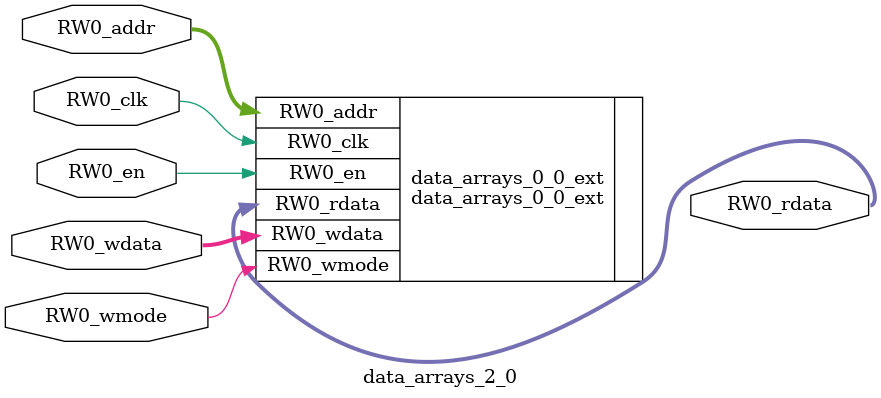
<source format=sv>
`ifndef RANDOMIZE
  `ifdef RANDOMIZE_REG_INIT
    `define RANDOMIZE
  `endif // RANDOMIZE_REG_INIT
`endif // not def RANDOMIZE
`ifndef RANDOMIZE
  `ifdef RANDOMIZE_MEM_INIT
    `define RANDOMIZE
  `endif // RANDOMIZE_MEM_INIT
`endif // not def RANDOMIZE

`ifndef RANDOM
  `define RANDOM $random
`endif // not def RANDOM

// Users can define 'PRINTF_COND' to add an extra gate to prints.
`ifndef PRINTF_COND_
  `ifdef PRINTF_COND
    `define PRINTF_COND_ (`PRINTF_COND)
  `else  // PRINTF_COND
    `define PRINTF_COND_ 1
  `endif // PRINTF_COND
`endif // not def PRINTF_COND_

// Users can define 'ASSERT_VERBOSE_COND' to add an extra gate to assert error printing.
`ifndef ASSERT_VERBOSE_COND_
  `ifdef ASSERT_VERBOSE_COND
    `define ASSERT_VERBOSE_COND_ (`ASSERT_VERBOSE_COND)
  `else  // ASSERT_VERBOSE_COND
    `define ASSERT_VERBOSE_COND_ 1
  `endif // ASSERT_VERBOSE_COND
`endif // not def ASSERT_VERBOSE_COND_

// Users can define 'STOP_COND' to add an extra gate to stop conditions.
`ifndef STOP_COND_
  `ifdef STOP_COND
    `define STOP_COND_ (`STOP_COND)
  `else  // STOP_COND
    `define STOP_COND_ 1
  `endif // STOP_COND
`endif // not def STOP_COND_

// Users can define INIT_RANDOM as general code that gets injected into the
// initializer block for modules with registers.
`ifndef INIT_RANDOM
  `define INIT_RANDOM
`endif // not def INIT_RANDOM

// If using random initialization, you can also define RANDOMIZE_DELAY to
// customize the delay used, otherwise 0.002 is used.
`ifndef RANDOMIZE_DELAY
  `define RANDOMIZE_DELAY 0.002
`endif // not def RANDOMIZE_DELAY

// Define INIT_RANDOM_PROLOG_ for use in our modules below.
`ifndef INIT_RANDOM_PROLOG_
  `ifdef RANDOMIZE
    `ifdef VERILATOR
      `define INIT_RANDOM_PROLOG_ `INIT_RANDOM
    `else  // VERILATOR
      `define INIT_RANDOM_PROLOG_ `INIT_RANDOM #`RANDOMIZE_DELAY begin end
    `endif // VERILATOR
  `else  // RANDOMIZE
    `define INIT_RANDOM_PROLOG_
  `endif // RANDOMIZE
`endif // not def INIT_RANDOM_PROLOG_

module data_arrays_2_0(	// @[DescribedSRAM.scala:17:26]
  input  [7:0]  RW0_addr,
  input         RW0_en,
                RW0_clk,
                RW0_wmode,
  input  [31:0] RW0_wdata,
  output [31:0] RW0_rdata
);

  data_arrays_0_0_ext data_arrays_0_0_ext (	// @[DescribedSRAM.scala:17:26]
    .RW0_addr  (RW0_addr),
    .RW0_en    (RW0_en),
    .RW0_clk   (RW0_clk),
    .RW0_wmode (RW0_wmode),
    .RW0_wdata (RW0_wdata),
    .RW0_rdata (RW0_rdata)
  );
endmodule


</source>
